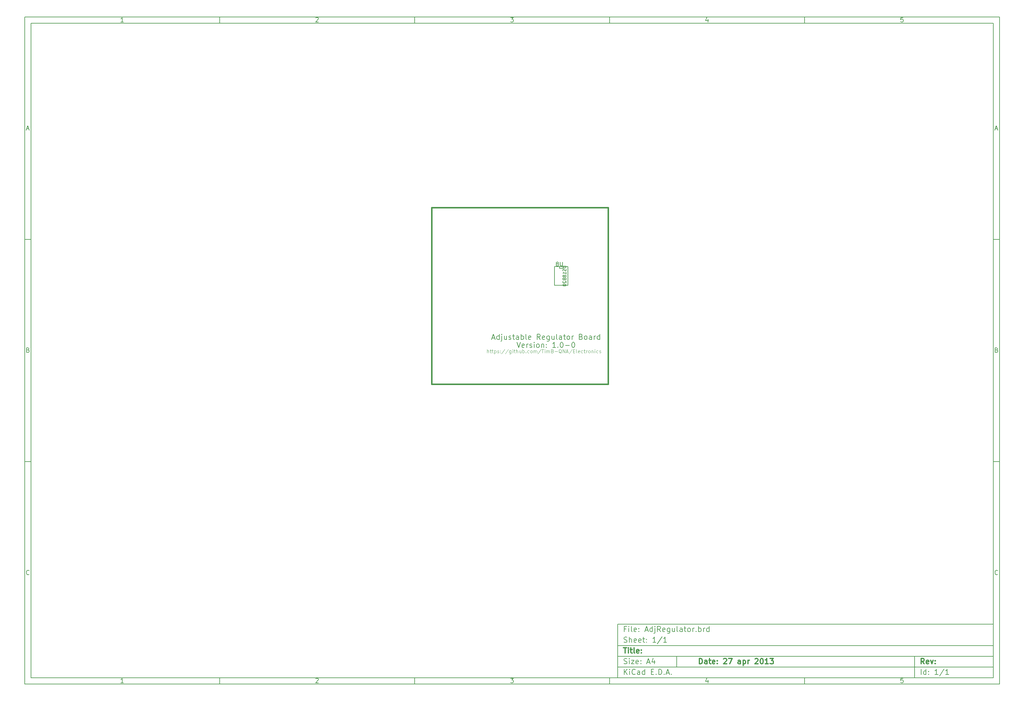
<source format=gbo>
G04 (created by PCBNEW-RS274X (2012-apr-16-27)-stable) date Sat 27 Apr 2013 17:01:59 BST*
G01*
G70*
G90*
%MOIN*%
G04 Gerber Fmt 3.4, Leading zero omitted, Abs format*
%FSLAX34Y34*%
G04 APERTURE LIST*
%ADD10C,0.006000*%
%ADD11C,0.012000*%
%ADD12C,0.003900*%
%ADD13C,0.007900*%
%ADD14C,0.015000*%
%ADD15C,0.005000*%
G04 APERTURE END LIST*
G54D10*
X04000Y-04000D02*
X113000Y-04000D01*
X113000Y-78670D01*
X04000Y-78670D01*
X04000Y-04000D01*
X04700Y-04700D02*
X112300Y-04700D01*
X112300Y-77970D01*
X04700Y-77970D01*
X04700Y-04700D01*
X25800Y-04000D02*
X25800Y-04700D01*
X15043Y-04552D02*
X14757Y-04552D01*
X14900Y-04552D02*
X14900Y-04052D01*
X14852Y-04124D01*
X14805Y-04171D01*
X14757Y-04195D01*
X25800Y-78670D02*
X25800Y-77970D01*
X15043Y-78522D02*
X14757Y-78522D01*
X14900Y-78522D02*
X14900Y-78022D01*
X14852Y-78094D01*
X14805Y-78141D01*
X14757Y-78165D01*
X47600Y-04000D02*
X47600Y-04700D01*
X36557Y-04100D02*
X36581Y-04076D01*
X36629Y-04052D01*
X36748Y-04052D01*
X36795Y-04076D01*
X36819Y-04100D01*
X36843Y-04148D01*
X36843Y-04195D01*
X36819Y-04267D01*
X36533Y-04552D01*
X36843Y-04552D01*
X47600Y-78670D02*
X47600Y-77970D01*
X36557Y-78070D02*
X36581Y-78046D01*
X36629Y-78022D01*
X36748Y-78022D01*
X36795Y-78046D01*
X36819Y-78070D01*
X36843Y-78118D01*
X36843Y-78165D01*
X36819Y-78237D01*
X36533Y-78522D01*
X36843Y-78522D01*
X69400Y-04000D02*
X69400Y-04700D01*
X58333Y-04052D02*
X58643Y-04052D01*
X58476Y-04243D01*
X58548Y-04243D01*
X58595Y-04267D01*
X58619Y-04290D01*
X58643Y-04338D01*
X58643Y-04457D01*
X58619Y-04505D01*
X58595Y-04529D01*
X58548Y-04552D01*
X58405Y-04552D01*
X58357Y-04529D01*
X58333Y-04505D01*
X69400Y-78670D02*
X69400Y-77970D01*
X58333Y-78022D02*
X58643Y-78022D01*
X58476Y-78213D01*
X58548Y-78213D01*
X58595Y-78237D01*
X58619Y-78260D01*
X58643Y-78308D01*
X58643Y-78427D01*
X58619Y-78475D01*
X58595Y-78499D01*
X58548Y-78522D01*
X58405Y-78522D01*
X58357Y-78499D01*
X58333Y-78475D01*
X91200Y-04000D02*
X91200Y-04700D01*
X80395Y-04219D02*
X80395Y-04552D01*
X80276Y-04029D02*
X80157Y-04386D01*
X80467Y-04386D01*
X91200Y-78670D02*
X91200Y-77970D01*
X80395Y-78189D02*
X80395Y-78522D01*
X80276Y-77999D02*
X80157Y-78356D01*
X80467Y-78356D01*
X102219Y-04052D02*
X101981Y-04052D01*
X101957Y-04290D01*
X101981Y-04267D01*
X102029Y-04243D01*
X102148Y-04243D01*
X102195Y-04267D01*
X102219Y-04290D01*
X102243Y-04338D01*
X102243Y-04457D01*
X102219Y-04505D01*
X102195Y-04529D01*
X102148Y-04552D01*
X102029Y-04552D01*
X101981Y-04529D01*
X101957Y-04505D01*
X102219Y-78022D02*
X101981Y-78022D01*
X101957Y-78260D01*
X101981Y-78237D01*
X102029Y-78213D01*
X102148Y-78213D01*
X102195Y-78237D01*
X102219Y-78260D01*
X102243Y-78308D01*
X102243Y-78427D01*
X102219Y-78475D01*
X102195Y-78499D01*
X102148Y-78522D01*
X102029Y-78522D01*
X101981Y-78499D01*
X101957Y-78475D01*
X04000Y-28890D02*
X04700Y-28890D01*
X04231Y-16510D02*
X04469Y-16510D01*
X04184Y-16652D02*
X04350Y-16152D01*
X04517Y-16652D01*
X113000Y-28890D02*
X112300Y-28890D01*
X112531Y-16510D02*
X112769Y-16510D01*
X112484Y-16652D02*
X112650Y-16152D01*
X112817Y-16652D01*
X04000Y-53780D02*
X04700Y-53780D01*
X04386Y-41280D02*
X04457Y-41304D01*
X04481Y-41328D01*
X04505Y-41376D01*
X04505Y-41447D01*
X04481Y-41495D01*
X04457Y-41519D01*
X04410Y-41542D01*
X04219Y-41542D01*
X04219Y-41042D01*
X04386Y-41042D01*
X04433Y-41066D01*
X04457Y-41090D01*
X04481Y-41138D01*
X04481Y-41185D01*
X04457Y-41233D01*
X04433Y-41257D01*
X04386Y-41280D01*
X04219Y-41280D01*
X113000Y-53780D02*
X112300Y-53780D01*
X112686Y-41280D02*
X112757Y-41304D01*
X112781Y-41328D01*
X112805Y-41376D01*
X112805Y-41447D01*
X112781Y-41495D01*
X112757Y-41519D01*
X112710Y-41542D01*
X112519Y-41542D01*
X112519Y-41042D01*
X112686Y-41042D01*
X112733Y-41066D01*
X112757Y-41090D01*
X112781Y-41138D01*
X112781Y-41185D01*
X112757Y-41233D01*
X112733Y-41257D01*
X112686Y-41280D01*
X112519Y-41280D01*
X04505Y-66385D02*
X04481Y-66409D01*
X04410Y-66432D01*
X04362Y-66432D01*
X04290Y-66409D01*
X04243Y-66361D01*
X04219Y-66313D01*
X04195Y-66218D01*
X04195Y-66147D01*
X04219Y-66051D01*
X04243Y-66004D01*
X04290Y-65956D01*
X04362Y-65932D01*
X04410Y-65932D01*
X04481Y-65956D01*
X04505Y-65980D01*
X112805Y-66385D02*
X112781Y-66409D01*
X112710Y-66432D01*
X112662Y-66432D01*
X112590Y-66409D01*
X112543Y-66361D01*
X112519Y-66313D01*
X112495Y-66218D01*
X112495Y-66147D01*
X112519Y-66051D01*
X112543Y-66004D01*
X112590Y-65956D01*
X112662Y-65932D01*
X112710Y-65932D01*
X112781Y-65956D01*
X112805Y-65980D01*
G54D11*
X79443Y-76413D02*
X79443Y-75813D01*
X79586Y-75813D01*
X79671Y-75841D01*
X79729Y-75899D01*
X79757Y-75956D01*
X79786Y-76070D01*
X79786Y-76156D01*
X79757Y-76270D01*
X79729Y-76327D01*
X79671Y-76384D01*
X79586Y-76413D01*
X79443Y-76413D01*
X80300Y-76413D02*
X80300Y-76099D01*
X80271Y-76041D01*
X80214Y-76013D01*
X80100Y-76013D01*
X80043Y-76041D01*
X80300Y-76384D02*
X80243Y-76413D01*
X80100Y-76413D01*
X80043Y-76384D01*
X80014Y-76327D01*
X80014Y-76270D01*
X80043Y-76213D01*
X80100Y-76184D01*
X80243Y-76184D01*
X80300Y-76156D01*
X80500Y-76013D02*
X80729Y-76013D01*
X80586Y-75813D02*
X80586Y-76327D01*
X80614Y-76384D01*
X80672Y-76413D01*
X80729Y-76413D01*
X81157Y-76384D02*
X81100Y-76413D01*
X80986Y-76413D01*
X80929Y-76384D01*
X80900Y-76327D01*
X80900Y-76099D01*
X80929Y-76041D01*
X80986Y-76013D01*
X81100Y-76013D01*
X81157Y-76041D01*
X81186Y-76099D01*
X81186Y-76156D01*
X80900Y-76213D01*
X81443Y-76356D02*
X81471Y-76384D01*
X81443Y-76413D01*
X81414Y-76384D01*
X81443Y-76356D01*
X81443Y-76413D01*
X81443Y-76041D02*
X81471Y-76070D01*
X81443Y-76099D01*
X81414Y-76070D01*
X81443Y-76041D01*
X81443Y-76099D01*
X82157Y-75870D02*
X82186Y-75841D01*
X82243Y-75813D01*
X82386Y-75813D01*
X82443Y-75841D01*
X82472Y-75870D01*
X82500Y-75927D01*
X82500Y-75984D01*
X82472Y-76070D01*
X82129Y-76413D01*
X82500Y-76413D01*
X82700Y-75813D02*
X83100Y-75813D01*
X82843Y-76413D01*
X84042Y-76413D02*
X84042Y-76099D01*
X84013Y-76041D01*
X83956Y-76013D01*
X83842Y-76013D01*
X83785Y-76041D01*
X84042Y-76384D02*
X83985Y-76413D01*
X83842Y-76413D01*
X83785Y-76384D01*
X83756Y-76327D01*
X83756Y-76270D01*
X83785Y-76213D01*
X83842Y-76184D01*
X83985Y-76184D01*
X84042Y-76156D01*
X84328Y-76013D02*
X84328Y-76613D01*
X84328Y-76041D02*
X84385Y-76013D01*
X84499Y-76013D01*
X84556Y-76041D01*
X84585Y-76070D01*
X84614Y-76127D01*
X84614Y-76299D01*
X84585Y-76356D01*
X84556Y-76384D01*
X84499Y-76413D01*
X84385Y-76413D01*
X84328Y-76384D01*
X84871Y-76413D02*
X84871Y-76013D01*
X84871Y-76127D02*
X84899Y-76070D01*
X84928Y-76041D01*
X84985Y-76013D01*
X85042Y-76013D01*
X85670Y-75870D02*
X85699Y-75841D01*
X85756Y-75813D01*
X85899Y-75813D01*
X85956Y-75841D01*
X85985Y-75870D01*
X86013Y-75927D01*
X86013Y-75984D01*
X85985Y-76070D01*
X85642Y-76413D01*
X86013Y-76413D01*
X86384Y-75813D02*
X86441Y-75813D01*
X86498Y-75841D01*
X86527Y-75870D01*
X86556Y-75927D01*
X86584Y-76041D01*
X86584Y-76184D01*
X86556Y-76299D01*
X86527Y-76356D01*
X86498Y-76384D01*
X86441Y-76413D01*
X86384Y-76413D01*
X86327Y-76384D01*
X86298Y-76356D01*
X86270Y-76299D01*
X86241Y-76184D01*
X86241Y-76041D01*
X86270Y-75927D01*
X86298Y-75870D01*
X86327Y-75841D01*
X86384Y-75813D01*
X87155Y-76413D02*
X86812Y-76413D01*
X86984Y-76413D02*
X86984Y-75813D01*
X86927Y-75899D01*
X86869Y-75956D01*
X86812Y-75984D01*
X87355Y-75813D02*
X87726Y-75813D01*
X87526Y-76041D01*
X87612Y-76041D01*
X87669Y-76070D01*
X87698Y-76099D01*
X87726Y-76156D01*
X87726Y-76299D01*
X87698Y-76356D01*
X87669Y-76384D01*
X87612Y-76413D01*
X87440Y-76413D01*
X87383Y-76384D01*
X87355Y-76356D01*
G54D10*
X71043Y-77613D02*
X71043Y-77013D01*
X71386Y-77613D02*
X71129Y-77270D01*
X71386Y-77013D02*
X71043Y-77356D01*
X71643Y-77613D02*
X71643Y-77213D01*
X71643Y-77013D02*
X71614Y-77041D01*
X71643Y-77070D01*
X71671Y-77041D01*
X71643Y-77013D01*
X71643Y-77070D01*
X72272Y-77556D02*
X72243Y-77584D01*
X72157Y-77613D01*
X72100Y-77613D01*
X72015Y-77584D01*
X71957Y-77527D01*
X71929Y-77470D01*
X71900Y-77356D01*
X71900Y-77270D01*
X71929Y-77156D01*
X71957Y-77099D01*
X72015Y-77041D01*
X72100Y-77013D01*
X72157Y-77013D01*
X72243Y-77041D01*
X72272Y-77070D01*
X72786Y-77613D02*
X72786Y-77299D01*
X72757Y-77241D01*
X72700Y-77213D01*
X72586Y-77213D01*
X72529Y-77241D01*
X72786Y-77584D02*
X72729Y-77613D01*
X72586Y-77613D01*
X72529Y-77584D01*
X72500Y-77527D01*
X72500Y-77470D01*
X72529Y-77413D01*
X72586Y-77384D01*
X72729Y-77384D01*
X72786Y-77356D01*
X73329Y-77613D02*
X73329Y-77013D01*
X73329Y-77584D02*
X73272Y-77613D01*
X73158Y-77613D01*
X73100Y-77584D01*
X73072Y-77556D01*
X73043Y-77499D01*
X73043Y-77327D01*
X73072Y-77270D01*
X73100Y-77241D01*
X73158Y-77213D01*
X73272Y-77213D01*
X73329Y-77241D01*
X74072Y-77299D02*
X74272Y-77299D01*
X74358Y-77613D02*
X74072Y-77613D01*
X74072Y-77013D01*
X74358Y-77013D01*
X74615Y-77556D02*
X74643Y-77584D01*
X74615Y-77613D01*
X74586Y-77584D01*
X74615Y-77556D01*
X74615Y-77613D01*
X74901Y-77613D02*
X74901Y-77013D01*
X75044Y-77013D01*
X75129Y-77041D01*
X75187Y-77099D01*
X75215Y-77156D01*
X75244Y-77270D01*
X75244Y-77356D01*
X75215Y-77470D01*
X75187Y-77527D01*
X75129Y-77584D01*
X75044Y-77613D01*
X74901Y-77613D01*
X75501Y-77556D02*
X75529Y-77584D01*
X75501Y-77613D01*
X75472Y-77584D01*
X75501Y-77556D01*
X75501Y-77613D01*
X75758Y-77441D02*
X76044Y-77441D01*
X75701Y-77613D02*
X75901Y-77013D01*
X76101Y-77613D01*
X76301Y-77556D02*
X76329Y-77584D01*
X76301Y-77613D01*
X76272Y-77584D01*
X76301Y-77556D01*
X76301Y-77613D01*
G54D11*
X104586Y-76413D02*
X104386Y-76127D01*
X104243Y-76413D02*
X104243Y-75813D01*
X104471Y-75813D01*
X104529Y-75841D01*
X104557Y-75870D01*
X104586Y-75927D01*
X104586Y-76013D01*
X104557Y-76070D01*
X104529Y-76099D01*
X104471Y-76127D01*
X104243Y-76127D01*
X105071Y-76384D02*
X105014Y-76413D01*
X104900Y-76413D01*
X104843Y-76384D01*
X104814Y-76327D01*
X104814Y-76099D01*
X104843Y-76041D01*
X104900Y-76013D01*
X105014Y-76013D01*
X105071Y-76041D01*
X105100Y-76099D01*
X105100Y-76156D01*
X104814Y-76213D01*
X105300Y-76013D02*
X105443Y-76413D01*
X105585Y-76013D01*
X105814Y-76356D02*
X105842Y-76384D01*
X105814Y-76413D01*
X105785Y-76384D01*
X105814Y-76356D01*
X105814Y-76413D01*
X105814Y-76041D02*
X105842Y-76070D01*
X105814Y-76099D01*
X105785Y-76070D01*
X105814Y-76041D01*
X105814Y-76099D01*
G54D10*
X71014Y-76384D02*
X71100Y-76413D01*
X71243Y-76413D01*
X71300Y-76384D01*
X71329Y-76356D01*
X71357Y-76299D01*
X71357Y-76241D01*
X71329Y-76184D01*
X71300Y-76156D01*
X71243Y-76127D01*
X71129Y-76099D01*
X71071Y-76070D01*
X71043Y-76041D01*
X71014Y-75984D01*
X71014Y-75927D01*
X71043Y-75870D01*
X71071Y-75841D01*
X71129Y-75813D01*
X71271Y-75813D01*
X71357Y-75841D01*
X71614Y-76413D02*
X71614Y-76013D01*
X71614Y-75813D02*
X71585Y-75841D01*
X71614Y-75870D01*
X71642Y-75841D01*
X71614Y-75813D01*
X71614Y-75870D01*
X71843Y-76013D02*
X72157Y-76013D01*
X71843Y-76413D01*
X72157Y-76413D01*
X72614Y-76384D02*
X72557Y-76413D01*
X72443Y-76413D01*
X72386Y-76384D01*
X72357Y-76327D01*
X72357Y-76099D01*
X72386Y-76041D01*
X72443Y-76013D01*
X72557Y-76013D01*
X72614Y-76041D01*
X72643Y-76099D01*
X72643Y-76156D01*
X72357Y-76213D01*
X72900Y-76356D02*
X72928Y-76384D01*
X72900Y-76413D01*
X72871Y-76384D01*
X72900Y-76356D01*
X72900Y-76413D01*
X72900Y-76041D02*
X72928Y-76070D01*
X72900Y-76099D01*
X72871Y-76070D01*
X72900Y-76041D01*
X72900Y-76099D01*
X73614Y-76241D02*
X73900Y-76241D01*
X73557Y-76413D02*
X73757Y-75813D01*
X73957Y-76413D01*
X74414Y-76013D02*
X74414Y-76413D01*
X74271Y-75784D02*
X74128Y-76213D01*
X74500Y-76213D01*
X104243Y-77613D02*
X104243Y-77013D01*
X104786Y-77613D02*
X104786Y-77013D01*
X104786Y-77584D02*
X104729Y-77613D01*
X104615Y-77613D01*
X104557Y-77584D01*
X104529Y-77556D01*
X104500Y-77499D01*
X104500Y-77327D01*
X104529Y-77270D01*
X104557Y-77241D01*
X104615Y-77213D01*
X104729Y-77213D01*
X104786Y-77241D01*
X105072Y-77556D02*
X105100Y-77584D01*
X105072Y-77613D01*
X105043Y-77584D01*
X105072Y-77556D01*
X105072Y-77613D01*
X105072Y-77241D02*
X105100Y-77270D01*
X105072Y-77299D01*
X105043Y-77270D01*
X105072Y-77241D01*
X105072Y-77299D01*
X106129Y-77613D02*
X105786Y-77613D01*
X105958Y-77613D02*
X105958Y-77013D01*
X105901Y-77099D01*
X105843Y-77156D01*
X105786Y-77184D01*
X106814Y-76984D02*
X106300Y-77756D01*
X107329Y-77613D02*
X106986Y-77613D01*
X107158Y-77613D02*
X107158Y-77013D01*
X107101Y-77099D01*
X107043Y-77156D01*
X106986Y-77184D01*
G54D11*
X70957Y-74613D02*
X71300Y-74613D01*
X71129Y-75213D02*
X71129Y-74613D01*
X71500Y-75213D02*
X71500Y-74813D01*
X71500Y-74613D02*
X71471Y-74641D01*
X71500Y-74670D01*
X71528Y-74641D01*
X71500Y-74613D01*
X71500Y-74670D01*
X71700Y-74813D02*
X71929Y-74813D01*
X71786Y-74613D02*
X71786Y-75127D01*
X71814Y-75184D01*
X71872Y-75213D01*
X71929Y-75213D01*
X72215Y-75213D02*
X72157Y-75184D01*
X72129Y-75127D01*
X72129Y-74613D01*
X72671Y-75184D02*
X72614Y-75213D01*
X72500Y-75213D01*
X72443Y-75184D01*
X72414Y-75127D01*
X72414Y-74899D01*
X72443Y-74841D01*
X72500Y-74813D01*
X72614Y-74813D01*
X72671Y-74841D01*
X72700Y-74899D01*
X72700Y-74956D01*
X72414Y-75013D01*
X72957Y-75156D02*
X72985Y-75184D01*
X72957Y-75213D01*
X72928Y-75184D01*
X72957Y-75156D01*
X72957Y-75213D01*
X72957Y-74841D02*
X72985Y-74870D01*
X72957Y-74899D01*
X72928Y-74870D01*
X72957Y-74841D01*
X72957Y-74899D01*
G54D10*
X71243Y-72499D02*
X71043Y-72499D01*
X71043Y-72813D02*
X71043Y-72213D01*
X71329Y-72213D01*
X71557Y-72813D02*
X71557Y-72413D01*
X71557Y-72213D02*
X71528Y-72241D01*
X71557Y-72270D01*
X71585Y-72241D01*
X71557Y-72213D01*
X71557Y-72270D01*
X71929Y-72813D02*
X71871Y-72784D01*
X71843Y-72727D01*
X71843Y-72213D01*
X72385Y-72784D02*
X72328Y-72813D01*
X72214Y-72813D01*
X72157Y-72784D01*
X72128Y-72727D01*
X72128Y-72499D01*
X72157Y-72441D01*
X72214Y-72413D01*
X72328Y-72413D01*
X72385Y-72441D01*
X72414Y-72499D01*
X72414Y-72556D01*
X72128Y-72613D01*
X72671Y-72756D02*
X72699Y-72784D01*
X72671Y-72813D01*
X72642Y-72784D01*
X72671Y-72756D01*
X72671Y-72813D01*
X72671Y-72441D02*
X72699Y-72470D01*
X72671Y-72499D01*
X72642Y-72470D01*
X72671Y-72441D01*
X72671Y-72499D01*
X73385Y-72641D02*
X73671Y-72641D01*
X73328Y-72813D02*
X73528Y-72213D01*
X73728Y-72813D01*
X74185Y-72813D02*
X74185Y-72213D01*
X74185Y-72784D02*
X74128Y-72813D01*
X74014Y-72813D01*
X73956Y-72784D01*
X73928Y-72756D01*
X73899Y-72699D01*
X73899Y-72527D01*
X73928Y-72470D01*
X73956Y-72441D01*
X74014Y-72413D01*
X74128Y-72413D01*
X74185Y-72441D01*
X74471Y-72413D02*
X74471Y-72927D01*
X74442Y-72984D01*
X74385Y-73013D01*
X74357Y-73013D01*
X74471Y-72213D02*
X74442Y-72241D01*
X74471Y-72270D01*
X74499Y-72241D01*
X74471Y-72213D01*
X74471Y-72270D01*
X75100Y-72813D02*
X74900Y-72527D01*
X74757Y-72813D02*
X74757Y-72213D01*
X74985Y-72213D01*
X75043Y-72241D01*
X75071Y-72270D01*
X75100Y-72327D01*
X75100Y-72413D01*
X75071Y-72470D01*
X75043Y-72499D01*
X74985Y-72527D01*
X74757Y-72527D01*
X75585Y-72784D02*
X75528Y-72813D01*
X75414Y-72813D01*
X75357Y-72784D01*
X75328Y-72727D01*
X75328Y-72499D01*
X75357Y-72441D01*
X75414Y-72413D01*
X75528Y-72413D01*
X75585Y-72441D01*
X75614Y-72499D01*
X75614Y-72556D01*
X75328Y-72613D01*
X76128Y-72413D02*
X76128Y-72899D01*
X76099Y-72956D01*
X76071Y-72984D01*
X76014Y-73013D01*
X75928Y-73013D01*
X75871Y-72984D01*
X76128Y-72784D02*
X76071Y-72813D01*
X75957Y-72813D01*
X75899Y-72784D01*
X75871Y-72756D01*
X75842Y-72699D01*
X75842Y-72527D01*
X75871Y-72470D01*
X75899Y-72441D01*
X75957Y-72413D01*
X76071Y-72413D01*
X76128Y-72441D01*
X76671Y-72413D02*
X76671Y-72813D01*
X76414Y-72413D02*
X76414Y-72727D01*
X76442Y-72784D01*
X76500Y-72813D01*
X76585Y-72813D01*
X76642Y-72784D01*
X76671Y-72756D01*
X77043Y-72813D02*
X76985Y-72784D01*
X76957Y-72727D01*
X76957Y-72213D01*
X77528Y-72813D02*
X77528Y-72499D01*
X77499Y-72441D01*
X77442Y-72413D01*
X77328Y-72413D01*
X77271Y-72441D01*
X77528Y-72784D02*
X77471Y-72813D01*
X77328Y-72813D01*
X77271Y-72784D01*
X77242Y-72727D01*
X77242Y-72670D01*
X77271Y-72613D01*
X77328Y-72584D01*
X77471Y-72584D01*
X77528Y-72556D01*
X77728Y-72413D02*
X77957Y-72413D01*
X77814Y-72213D02*
X77814Y-72727D01*
X77842Y-72784D01*
X77900Y-72813D01*
X77957Y-72813D01*
X78243Y-72813D02*
X78185Y-72784D01*
X78157Y-72756D01*
X78128Y-72699D01*
X78128Y-72527D01*
X78157Y-72470D01*
X78185Y-72441D01*
X78243Y-72413D01*
X78328Y-72413D01*
X78385Y-72441D01*
X78414Y-72470D01*
X78443Y-72527D01*
X78443Y-72699D01*
X78414Y-72756D01*
X78385Y-72784D01*
X78328Y-72813D01*
X78243Y-72813D01*
X78700Y-72813D02*
X78700Y-72413D01*
X78700Y-72527D02*
X78728Y-72470D01*
X78757Y-72441D01*
X78814Y-72413D01*
X78871Y-72413D01*
X79071Y-72756D02*
X79099Y-72784D01*
X79071Y-72813D01*
X79042Y-72784D01*
X79071Y-72756D01*
X79071Y-72813D01*
X79357Y-72813D02*
X79357Y-72213D01*
X79357Y-72441D02*
X79414Y-72413D01*
X79528Y-72413D01*
X79585Y-72441D01*
X79614Y-72470D01*
X79643Y-72527D01*
X79643Y-72699D01*
X79614Y-72756D01*
X79585Y-72784D01*
X79528Y-72813D01*
X79414Y-72813D01*
X79357Y-72784D01*
X79900Y-72813D02*
X79900Y-72413D01*
X79900Y-72527D02*
X79928Y-72470D01*
X79957Y-72441D01*
X80014Y-72413D01*
X80071Y-72413D01*
X80528Y-72813D02*
X80528Y-72213D01*
X80528Y-72784D02*
X80471Y-72813D01*
X80357Y-72813D01*
X80299Y-72784D01*
X80271Y-72756D01*
X80242Y-72699D01*
X80242Y-72527D01*
X80271Y-72470D01*
X80299Y-72441D01*
X80357Y-72413D01*
X80471Y-72413D01*
X80528Y-72441D01*
X71014Y-73984D02*
X71100Y-74013D01*
X71243Y-74013D01*
X71300Y-73984D01*
X71329Y-73956D01*
X71357Y-73899D01*
X71357Y-73841D01*
X71329Y-73784D01*
X71300Y-73756D01*
X71243Y-73727D01*
X71129Y-73699D01*
X71071Y-73670D01*
X71043Y-73641D01*
X71014Y-73584D01*
X71014Y-73527D01*
X71043Y-73470D01*
X71071Y-73441D01*
X71129Y-73413D01*
X71271Y-73413D01*
X71357Y-73441D01*
X71614Y-74013D02*
X71614Y-73413D01*
X71871Y-74013D02*
X71871Y-73699D01*
X71842Y-73641D01*
X71785Y-73613D01*
X71700Y-73613D01*
X71642Y-73641D01*
X71614Y-73670D01*
X72385Y-73984D02*
X72328Y-74013D01*
X72214Y-74013D01*
X72157Y-73984D01*
X72128Y-73927D01*
X72128Y-73699D01*
X72157Y-73641D01*
X72214Y-73613D01*
X72328Y-73613D01*
X72385Y-73641D01*
X72414Y-73699D01*
X72414Y-73756D01*
X72128Y-73813D01*
X72899Y-73984D02*
X72842Y-74013D01*
X72728Y-74013D01*
X72671Y-73984D01*
X72642Y-73927D01*
X72642Y-73699D01*
X72671Y-73641D01*
X72728Y-73613D01*
X72842Y-73613D01*
X72899Y-73641D01*
X72928Y-73699D01*
X72928Y-73756D01*
X72642Y-73813D01*
X73099Y-73613D02*
X73328Y-73613D01*
X73185Y-73413D02*
X73185Y-73927D01*
X73213Y-73984D01*
X73271Y-74013D01*
X73328Y-74013D01*
X73528Y-73956D02*
X73556Y-73984D01*
X73528Y-74013D01*
X73499Y-73984D01*
X73528Y-73956D01*
X73528Y-74013D01*
X73528Y-73641D02*
X73556Y-73670D01*
X73528Y-73699D01*
X73499Y-73670D01*
X73528Y-73641D01*
X73528Y-73699D01*
X74585Y-74013D02*
X74242Y-74013D01*
X74414Y-74013D02*
X74414Y-73413D01*
X74357Y-73499D01*
X74299Y-73556D01*
X74242Y-73584D01*
X75270Y-73384D02*
X74756Y-74156D01*
X75785Y-74013D02*
X75442Y-74013D01*
X75614Y-74013D02*
X75614Y-73413D01*
X75557Y-73499D01*
X75499Y-73556D01*
X75442Y-73584D01*
X70300Y-71970D02*
X70300Y-77970D01*
X70300Y-71970D02*
X112300Y-71970D01*
X70300Y-71970D02*
X112300Y-71970D01*
X70300Y-74370D02*
X112300Y-74370D01*
X103500Y-75570D02*
X103500Y-77970D01*
X70300Y-76770D02*
X112300Y-76770D01*
X70300Y-75570D02*
X112300Y-75570D01*
X76900Y-75570D02*
X76900Y-76770D01*
G54D12*
X55710Y-41599D02*
X55710Y-41205D01*
X55879Y-41599D02*
X55879Y-41393D01*
X55860Y-41356D01*
X55822Y-41337D01*
X55766Y-41337D01*
X55729Y-41356D01*
X55710Y-41374D01*
X56010Y-41337D02*
X56160Y-41337D01*
X56066Y-41205D02*
X56066Y-41543D01*
X56085Y-41581D01*
X56122Y-41599D01*
X56160Y-41599D01*
X56235Y-41337D02*
X56385Y-41337D01*
X56291Y-41205D02*
X56291Y-41543D01*
X56310Y-41581D01*
X56347Y-41599D01*
X56385Y-41599D01*
X56516Y-41337D02*
X56516Y-41731D01*
X56516Y-41356D02*
X56553Y-41337D01*
X56628Y-41337D01*
X56666Y-41356D01*
X56685Y-41374D01*
X56703Y-41412D01*
X56703Y-41524D01*
X56685Y-41562D01*
X56666Y-41581D01*
X56628Y-41599D01*
X56553Y-41599D01*
X56516Y-41581D01*
X56853Y-41581D02*
X56891Y-41599D01*
X56966Y-41599D01*
X57003Y-41581D01*
X57022Y-41543D01*
X57022Y-41524D01*
X57003Y-41487D01*
X56966Y-41468D01*
X56909Y-41468D01*
X56872Y-41449D01*
X56853Y-41412D01*
X56853Y-41393D01*
X56872Y-41356D01*
X56909Y-41337D01*
X56966Y-41337D01*
X57003Y-41356D01*
X57191Y-41562D02*
X57210Y-41581D01*
X57191Y-41599D01*
X57172Y-41581D01*
X57191Y-41562D01*
X57191Y-41599D01*
X57191Y-41356D02*
X57210Y-41374D01*
X57191Y-41393D01*
X57172Y-41374D01*
X57191Y-41356D01*
X57191Y-41393D01*
X57660Y-41187D02*
X57323Y-41693D01*
X58073Y-41187D02*
X57736Y-41693D01*
X58374Y-41337D02*
X58374Y-41656D01*
X58355Y-41693D01*
X58336Y-41712D01*
X58299Y-41731D01*
X58242Y-41731D01*
X58205Y-41712D01*
X58374Y-41581D02*
X58336Y-41599D01*
X58261Y-41599D01*
X58224Y-41581D01*
X58205Y-41562D01*
X58186Y-41524D01*
X58186Y-41412D01*
X58205Y-41374D01*
X58224Y-41356D01*
X58261Y-41337D01*
X58336Y-41337D01*
X58374Y-41356D01*
X58561Y-41599D02*
X58561Y-41337D01*
X58561Y-41205D02*
X58542Y-41224D01*
X58561Y-41243D01*
X58580Y-41224D01*
X58561Y-41205D01*
X58561Y-41243D01*
X58693Y-41337D02*
X58843Y-41337D01*
X58749Y-41205D02*
X58749Y-41543D01*
X58768Y-41581D01*
X58805Y-41599D01*
X58843Y-41599D01*
X58974Y-41599D02*
X58974Y-41205D01*
X59143Y-41599D02*
X59143Y-41393D01*
X59124Y-41356D01*
X59086Y-41337D01*
X59030Y-41337D01*
X58993Y-41356D01*
X58974Y-41374D01*
X59499Y-41337D02*
X59499Y-41599D01*
X59330Y-41337D02*
X59330Y-41543D01*
X59349Y-41581D01*
X59386Y-41599D01*
X59442Y-41599D01*
X59480Y-41581D01*
X59499Y-41562D01*
X59686Y-41599D02*
X59686Y-41205D01*
X59686Y-41356D02*
X59723Y-41337D01*
X59798Y-41337D01*
X59836Y-41356D01*
X59855Y-41374D01*
X59873Y-41412D01*
X59873Y-41524D01*
X59855Y-41562D01*
X59836Y-41581D01*
X59798Y-41599D01*
X59723Y-41599D01*
X59686Y-41581D01*
X60042Y-41562D02*
X60061Y-41581D01*
X60042Y-41599D01*
X60023Y-41581D01*
X60042Y-41562D01*
X60042Y-41599D01*
X60399Y-41581D02*
X60361Y-41599D01*
X60286Y-41599D01*
X60249Y-41581D01*
X60230Y-41562D01*
X60211Y-41524D01*
X60211Y-41412D01*
X60230Y-41374D01*
X60249Y-41356D01*
X60286Y-41337D01*
X60361Y-41337D01*
X60399Y-41356D01*
X60624Y-41599D02*
X60587Y-41581D01*
X60568Y-41562D01*
X60549Y-41524D01*
X60549Y-41412D01*
X60568Y-41374D01*
X60587Y-41356D01*
X60624Y-41337D01*
X60680Y-41337D01*
X60718Y-41356D01*
X60737Y-41374D01*
X60755Y-41412D01*
X60755Y-41524D01*
X60737Y-41562D01*
X60718Y-41581D01*
X60680Y-41599D01*
X60624Y-41599D01*
X60924Y-41599D02*
X60924Y-41337D01*
X60924Y-41374D02*
X60943Y-41356D01*
X60980Y-41337D01*
X61036Y-41337D01*
X61074Y-41356D01*
X61093Y-41393D01*
X61093Y-41599D01*
X61093Y-41393D02*
X61111Y-41356D01*
X61149Y-41337D01*
X61205Y-41337D01*
X61243Y-41356D01*
X61262Y-41393D01*
X61262Y-41599D01*
X61730Y-41187D02*
X61393Y-41693D01*
X61806Y-41205D02*
X62031Y-41205D01*
X61918Y-41599D02*
X61918Y-41205D01*
X62162Y-41599D02*
X62162Y-41337D01*
X62162Y-41205D02*
X62143Y-41224D01*
X62162Y-41243D01*
X62181Y-41224D01*
X62162Y-41205D01*
X62162Y-41243D01*
X62350Y-41599D02*
X62350Y-41337D01*
X62350Y-41374D02*
X62369Y-41356D01*
X62406Y-41337D01*
X62462Y-41337D01*
X62500Y-41356D01*
X62519Y-41393D01*
X62519Y-41599D01*
X62519Y-41393D02*
X62537Y-41356D01*
X62575Y-41337D01*
X62631Y-41337D01*
X62669Y-41356D01*
X62688Y-41393D01*
X62688Y-41599D01*
X63006Y-41393D02*
X63062Y-41412D01*
X63081Y-41431D01*
X63100Y-41468D01*
X63100Y-41524D01*
X63081Y-41562D01*
X63062Y-41581D01*
X63025Y-41599D01*
X62875Y-41599D01*
X62875Y-41205D01*
X63006Y-41205D01*
X63044Y-41224D01*
X63062Y-41243D01*
X63081Y-41281D01*
X63081Y-41318D01*
X63062Y-41356D01*
X63044Y-41374D01*
X63006Y-41393D01*
X62875Y-41393D01*
X63269Y-41449D02*
X63569Y-41449D01*
X64019Y-41637D02*
X63982Y-41618D01*
X63944Y-41581D01*
X63888Y-41524D01*
X63851Y-41506D01*
X63813Y-41506D01*
X63832Y-41599D02*
X63794Y-41581D01*
X63757Y-41543D01*
X63738Y-41468D01*
X63738Y-41337D01*
X63757Y-41262D01*
X63794Y-41224D01*
X63832Y-41205D01*
X63907Y-41205D01*
X63944Y-41224D01*
X63982Y-41262D01*
X64001Y-41337D01*
X64001Y-41468D01*
X63982Y-41543D01*
X63944Y-41581D01*
X63907Y-41599D01*
X63832Y-41599D01*
X64170Y-41599D02*
X64170Y-41205D01*
X64395Y-41599D01*
X64395Y-41205D01*
X64564Y-41487D02*
X64752Y-41487D01*
X64527Y-41599D02*
X64658Y-41205D01*
X64789Y-41599D01*
X65202Y-41187D02*
X64865Y-41693D01*
X65334Y-41393D02*
X65465Y-41393D01*
X65521Y-41599D02*
X65334Y-41599D01*
X65334Y-41205D01*
X65521Y-41205D01*
X65746Y-41599D02*
X65709Y-41581D01*
X65690Y-41543D01*
X65690Y-41205D01*
X66046Y-41581D02*
X66008Y-41599D01*
X65933Y-41599D01*
X65896Y-41581D01*
X65877Y-41543D01*
X65877Y-41393D01*
X65896Y-41356D01*
X65933Y-41337D01*
X66008Y-41337D01*
X66046Y-41356D01*
X66065Y-41393D01*
X66065Y-41431D01*
X65877Y-41468D01*
X66403Y-41581D02*
X66365Y-41599D01*
X66290Y-41599D01*
X66253Y-41581D01*
X66234Y-41562D01*
X66215Y-41524D01*
X66215Y-41412D01*
X66234Y-41374D01*
X66253Y-41356D01*
X66290Y-41337D01*
X66365Y-41337D01*
X66403Y-41356D01*
X66516Y-41337D02*
X66666Y-41337D01*
X66572Y-41205D02*
X66572Y-41543D01*
X66591Y-41581D01*
X66628Y-41599D01*
X66666Y-41599D01*
X66797Y-41599D02*
X66797Y-41337D01*
X66797Y-41412D02*
X66816Y-41374D01*
X66834Y-41356D01*
X66872Y-41337D01*
X66909Y-41337D01*
X67097Y-41599D02*
X67060Y-41581D01*
X67041Y-41562D01*
X67022Y-41524D01*
X67022Y-41412D01*
X67041Y-41374D01*
X67060Y-41356D01*
X67097Y-41337D01*
X67153Y-41337D01*
X67191Y-41356D01*
X67210Y-41374D01*
X67228Y-41412D01*
X67228Y-41524D01*
X67210Y-41562D01*
X67191Y-41581D01*
X67153Y-41599D01*
X67097Y-41599D01*
X67397Y-41337D02*
X67397Y-41599D01*
X67397Y-41374D02*
X67416Y-41356D01*
X67453Y-41337D01*
X67509Y-41337D01*
X67547Y-41356D01*
X67566Y-41393D01*
X67566Y-41599D01*
X67753Y-41599D02*
X67753Y-41337D01*
X67753Y-41205D02*
X67734Y-41224D01*
X67753Y-41243D01*
X67772Y-41224D01*
X67753Y-41205D01*
X67753Y-41243D01*
X68110Y-41581D02*
X68072Y-41599D01*
X67997Y-41599D01*
X67960Y-41581D01*
X67941Y-41562D01*
X67922Y-41524D01*
X67922Y-41412D01*
X67941Y-41374D01*
X67960Y-41356D01*
X67997Y-41337D01*
X68072Y-41337D01*
X68110Y-41356D01*
X68260Y-41581D02*
X68298Y-41599D01*
X68373Y-41599D01*
X68410Y-41581D01*
X68429Y-41543D01*
X68429Y-41524D01*
X68410Y-41487D01*
X68373Y-41468D01*
X68316Y-41468D01*
X68279Y-41449D01*
X68260Y-41412D01*
X68260Y-41393D01*
X68279Y-41356D01*
X68316Y-41337D01*
X68373Y-41337D01*
X68410Y-41356D01*
G54D13*
X56276Y-39930D02*
X56557Y-39930D01*
X56219Y-40099D02*
X56416Y-39508D01*
X56613Y-40099D01*
X57064Y-40099D02*
X57064Y-39508D01*
X57064Y-40071D02*
X57008Y-40099D01*
X56895Y-40099D01*
X56839Y-40071D01*
X56811Y-40042D01*
X56783Y-39986D01*
X56783Y-39817D01*
X56811Y-39761D01*
X56839Y-39733D01*
X56895Y-39705D01*
X57008Y-39705D01*
X57064Y-39733D01*
X57346Y-39705D02*
X57346Y-40211D01*
X57318Y-40268D01*
X57261Y-40296D01*
X57233Y-40296D01*
X57346Y-39508D02*
X57318Y-39536D01*
X57346Y-39564D01*
X57374Y-39536D01*
X57346Y-39508D01*
X57346Y-39564D01*
X57880Y-39705D02*
X57880Y-40099D01*
X57627Y-39705D02*
X57627Y-40014D01*
X57655Y-40071D01*
X57711Y-40099D01*
X57796Y-40099D01*
X57852Y-40071D01*
X57880Y-40042D01*
X58134Y-40071D02*
X58190Y-40099D01*
X58302Y-40099D01*
X58359Y-40071D01*
X58387Y-40014D01*
X58387Y-39986D01*
X58359Y-39930D01*
X58302Y-39902D01*
X58218Y-39902D01*
X58162Y-39874D01*
X58134Y-39817D01*
X58134Y-39789D01*
X58162Y-39733D01*
X58218Y-39705D01*
X58302Y-39705D01*
X58359Y-39733D01*
X58555Y-39705D02*
X58780Y-39705D01*
X58640Y-39508D02*
X58640Y-40014D01*
X58668Y-40071D01*
X58724Y-40099D01*
X58780Y-40099D01*
X59231Y-40099D02*
X59231Y-39789D01*
X59203Y-39733D01*
X59147Y-39705D01*
X59034Y-39705D01*
X58978Y-39733D01*
X59231Y-40071D02*
X59175Y-40099D01*
X59034Y-40099D01*
X58978Y-40071D01*
X58950Y-40014D01*
X58950Y-39958D01*
X58978Y-39902D01*
X59034Y-39874D01*
X59175Y-39874D01*
X59231Y-39845D01*
X59513Y-40099D02*
X59513Y-39508D01*
X59513Y-39733D02*
X59569Y-39705D01*
X59682Y-39705D01*
X59738Y-39733D01*
X59766Y-39761D01*
X59794Y-39817D01*
X59794Y-39986D01*
X59766Y-40042D01*
X59738Y-40071D01*
X59682Y-40099D01*
X59569Y-40099D01*
X59513Y-40071D01*
X60132Y-40099D02*
X60076Y-40071D01*
X60048Y-40014D01*
X60048Y-39508D01*
X60583Y-40071D02*
X60527Y-40099D01*
X60414Y-40099D01*
X60358Y-40071D01*
X60330Y-40014D01*
X60330Y-39789D01*
X60358Y-39733D01*
X60414Y-39705D01*
X60527Y-39705D01*
X60583Y-39733D01*
X60611Y-39789D01*
X60611Y-39845D01*
X60330Y-39902D01*
X61652Y-40099D02*
X61455Y-39817D01*
X61315Y-40099D02*
X61315Y-39508D01*
X61540Y-39508D01*
X61596Y-39536D01*
X61624Y-39564D01*
X61652Y-39620D01*
X61652Y-39705D01*
X61624Y-39761D01*
X61596Y-39789D01*
X61540Y-39817D01*
X61315Y-39817D01*
X62131Y-40071D02*
X62075Y-40099D01*
X61962Y-40099D01*
X61906Y-40071D01*
X61878Y-40014D01*
X61878Y-39789D01*
X61906Y-39733D01*
X61962Y-39705D01*
X62075Y-39705D01*
X62131Y-39733D01*
X62159Y-39789D01*
X62159Y-39845D01*
X61878Y-39902D01*
X62666Y-39705D02*
X62666Y-40183D01*
X62638Y-40239D01*
X62610Y-40268D01*
X62553Y-40296D01*
X62469Y-40296D01*
X62413Y-40268D01*
X62666Y-40071D02*
X62610Y-40099D01*
X62497Y-40099D01*
X62441Y-40071D01*
X62413Y-40042D01*
X62385Y-39986D01*
X62385Y-39817D01*
X62413Y-39761D01*
X62441Y-39733D01*
X62497Y-39705D01*
X62610Y-39705D01*
X62666Y-39733D01*
X63201Y-39705D02*
X63201Y-40099D01*
X62948Y-39705D02*
X62948Y-40014D01*
X62976Y-40071D01*
X63032Y-40099D01*
X63117Y-40099D01*
X63173Y-40071D01*
X63201Y-40042D01*
X63567Y-40099D02*
X63511Y-40071D01*
X63483Y-40014D01*
X63483Y-39508D01*
X64046Y-40099D02*
X64046Y-39789D01*
X64018Y-39733D01*
X63962Y-39705D01*
X63849Y-39705D01*
X63793Y-39733D01*
X64046Y-40071D02*
X63990Y-40099D01*
X63849Y-40099D01*
X63793Y-40071D01*
X63765Y-40014D01*
X63765Y-39958D01*
X63793Y-39902D01*
X63849Y-39874D01*
X63990Y-39874D01*
X64046Y-39845D01*
X64243Y-39705D02*
X64468Y-39705D01*
X64328Y-39508D02*
X64328Y-40014D01*
X64356Y-40071D01*
X64412Y-40099D01*
X64468Y-40099D01*
X64750Y-40099D02*
X64694Y-40071D01*
X64666Y-40042D01*
X64638Y-39986D01*
X64638Y-39817D01*
X64666Y-39761D01*
X64694Y-39733D01*
X64750Y-39705D01*
X64835Y-39705D01*
X64891Y-39733D01*
X64919Y-39761D01*
X64947Y-39817D01*
X64947Y-39986D01*
X64919Y-40042D01*
X64891Y-40071D01*
X64835Y-40099D01*
X64750Y-40099D01*
X65201Y-40099D02*
X65201Y-39705D01*
X65201Y-39817D02*
X65229Y-39761D01*
X65257Y-39733D01*
X65313Y-39705D01*
X65370Y-39705D01*
X66214Y-39789D02*
X66298Y-39817D01*
X66326Y-39845D01*
X66354Y-39902D01*
X66354Y-39986D01*
X66326Y-40042D01*
X66298Y-40071D01*
X66242Y-40099D01*
X66017Y-40099D01*
X66017Y-39508D01*
X66214Y-39508D01*
X66270Y-39536D01*
X66298Y-39564D01*
X66326Y-39620D01*
X66326Y-39677D01*
X66298Y-39733D01*
X66270Y-39761D01*
X66214Y-39789D01*
X66017Y-39789D01*
X66692Y-40099D02*
X66636Y-40071D01*
X66608Y-40042D01*
X66580Y-39986D01*
X66580Y-39817D01*
X66608Y-39761D01*
X66636Y-39733D01*
X66692Y-39705D01*
X66777Y-39705D01*
X66833Y-39733D01*
X66861Y-39761D01*
X66889Y-39817D01*
X66889Y-39986D01*
X66861Y-40042D01*
X66833Y-40071D01*
X66777Y-40099D01*
X66692Y-40099D01*
X67396Y-40099D02*
X67396Y-39789D01*
X67368Y-39733D01*
X67312Y-39705D01*
X67199Y-39705D01*
X67143Y-39733D01*
X67396Y-40071D02*
X67340Y-40099D01*
X67199Y-40099D01*
X67143Y-40071D01*
X67115Y-40014D01*
X67115Y-39958D01*
X67143Y-39902D01*
X67199Y-39874D01*
X67340Y-39874D01*
X67396Y-39845D01*
X67678Y-40099D02*
X67678Y-39705D01*
X67678Y-39817D02*
X67706Y-39761D01*
X67734Y-39733D01*
X67790Y-39705D01*
X67847Y-39705D01*
X68297Y-40099D02*
X68297Y-39508D01*
X68297Y-40071D02*
X68241Y-40099D01*
X68128Y-40099D01*
X68072Y-40071D01*
X68044Y-40042D01*
X68016Y-39986D01*
X68016Y-39817D01*
X68044Y-39761D01*
X68072Y-39733D01*
X68128Y-39705D01*
X68241Y-39705D01*
X68297Y-39733D01*
X59035Y-40414D02*
X59232Y-41005D01*
X59429Y-40414D01*
X59852Y-40977D02*
X59796Y-41005D01*
X59683Y-41005D01*
X59627Y-40977D01*
X59599Y-40920D01*
X59599Y-40695D01*
X59627Y-40639D01*
X59683Y-40611D01*
X59796Y-40611D01*
X59852Y-40639D01*
X59880Y-40695D01*
X59880Y-40751D01*
X59599Y-40808D01*
X60134Y-41005D02*
X60134Y-40611D01*
X60134Y-40723D02*
X60162Y-40667D01*
X60190Y-40639D01*
X60246Y-40611D01*
X60303Y-40611D01*
X60472Y-40977D02*
X60528Y-41005D01*
X60640Y-41005D01*
X60697Y-40977D01*
X60725Y-40920D01*
X60725Y-40892D01*
X60697Y-40836D01*
X60640Y-40808D01*
X60556Y-40808D01*
X60500Y-40780D01*
X60472Y-40723D01*
X60472Y-40695D01*
X60500Y-40639D01*
X60556Y-40611D01*
X60640Y-40611D01*
X60697Y-40639D01*
X60978Y-41005D02*
X60978Y-40611D01*
X60978Y-40414D02*
X60950Y-40442D01*
X60978Y-40470D01*
X61006Y-40442D01*
X60978Y-40414D01*
X60978Y-40470D01*
X61343Y-41005D02*
X61287Y-40977D01*
X61259Y-40948D01*
X61231Y-40892D01*
X61231Y-40723D01*
X61259Y-40667D01*
X61287Y-40639D01*
X61343Y-40611D01*
X61428Y-40611D01*
X61484Y-40639D01*
X61512Y-40667D01*
X61540Y-40723D01*
X61540Y-40892D01*
X61512Y-40948D01*
X61484Y-40977D01*
X61428Y-41005D01*
X61343Y-41005D01*
X61794Y-40611D02*
X61794Y-41005D01*
X61794Y-40667D02*
X61822Y-40639D01*
X61878Y-40611D01*
X61963Y-40611D01*
X62019Y-40639D01*
X62047Y-40695D01*
X62047Y-41005D01*
X62329Y-40948D02*
X62357Y-40977D01*
X62329Y-41005D01*
X62301Y-40977D01*
X62329Y-40948D01*
X62329Y-41005D01*
X62329Y-40639D02*
X62357Y-40667D01*
X62329Y-40695D01*
X62301Y-40667D01*
X62329Y-40639D01*
X62329Y-40695D01*
X63369Y-41005D02*
X63032Y-41005D01*
X63200Y-41005D02*
X63200Y-40414D01*
X63144Y-40498D01*
X63088Y-40554D01*
X63032Y-40583D01*
X63623Y-40948D02*
X63651Y-40977D01*
X63623Y-41005D01*
X63595Y-40977D01*
X63623Y-40948D01*
X63623Y-41005D01*
X64016Y-40414D02*
X64073Y-40414D01*
X64129Y-40442D01*
X64157Y-40470D01*
X64185Y-40526D01*
X64213Y-40639D01*
X64213Y-40780D01*
X64185Y-40892D01*
X64157Y-40948D01*
X64129Y-40977D01*
X64073Y-41005D01*
X64016Y-41005D01*
X63960Y-40977D01*
X63932Y-40948D01*
X63904Y-40892D01*
X63876Y-40780D01*
X63876Y-40639D01*
X63904Y-40526D01*
X63932Y-40470D01*
X63960Y-40442D01*
X64016Y-40414D01*
X64467Y-40780D02*
X64917Y-40780D01*
X65311Y-40414D02*
X65368Y-40414D01*
X65424Y-40442D01*
X65452Y-40470D01*
X65480Y-40526D01*
X65508Y-40639D01*
X65508Y-40780D01*
X65480Y-40892D01*
X65452Y-40948D01*
X65424Y-40977D01*
X65368Y-41005D01*
X65311Y-41005D01*
X65255Y-40977D01*
X65227Y-40948D01*
X65199Y-40892D01*
X65171Y-40780D01*
X65171Y-40639D01*
X65199Y-40526D01*
X65227Y-40470D01*
X65255Y-40442D01*
X65311Y-40414D01*
G54D14*
X49500Y-25350D02*
X69250Y-25350D01*
X69250Y-45100D02*
X69250Y-25350D01*
X49500Y-45100D02*
X49500Y-25415D01*
X49500Y-45100D02*
X69185Y-45100D01*
G54D15*
X64700Y-31950D02*
X64750Y-31950D01*
X64750Y-31950D02*
X64750Y-34050D01*
X63250Y-34050D02*
X63250Y-31950D01*
X63250Y-31950D02*
X64700Y-31950D01*
X63800Y-31950D02*
X63800Y-32150D01*
X63800Y-32150D02*
X64200Y-32150D01*
X64200Y-32150D02*
X64200Y-31950D01*
X63250Y-34050D02*
X64750Y-34050D01*
G54D10*
X64143Y-31432D02*
X64143Y-31796D01*
X64121Y-31839D01*
X64100Y-31861D01*
X64057Y-31882D01*
X63971Y-31882D01*
X63929Y-31861D01*
X63907Y-31839D01*
X63886Y-31796D01*
X63886Y-31432D01*
X63608Y-31625D02*
X63650Y-31604D01*
X63672Y-31582D01*
X63693Y-31539D01*
X63693Y-31518D01*
X63672Y-31475D01*
X63650Y-31454D01*
X63608Y-31432D01*
X63522Y-31432D01*
X63479Y-31454D01*
X63458Y-31475D01*
X63436Y-31518D01*
X63436Y-31539D01*
X63458Y-31582D01*
X63479Y-31604D01*
X63522Y-31625D01*
X63608Y-31625D01*
X63650Y-31646D01*
X63672Y-31668D01*
X63693Y-31711D01*
X63693Y-31796D01*
X63672Y-31839D01*
X63650Y-31861D01*
X63608Y-31882D01*
X63522Y-31882D01*
X63479Y-31861D01*
X63458Y-31839D01*
X63436Y-31796D01*
X63436Y-31711D01*
X63458Y-31668D01*
X63479Y-31646D01*
X63522Y-31625D01*
X64542Y-31901D02*
X64192Y-31901D01*
X64192Y-31985D01*
X64208Y-32035D01*
X64242Y-32068D01*
X64275Y-32085D01*
X64342Y-32101D01*
X64392Y-32101D01*
X64458Y-32085D01*
X64492Y-32068D01*
X64525Y-32035D01*
X64542Y-31985D01*
X64542Y-31901D01*
X64525Y-32235D02*
X64542Y-32285D01*
X64542Y-32368D01*
X64525Y-32401D01*
X64508Y-32418D01*
X64475Y-32435D01*
X64442Y-32435D01*
X64408Y-32418D01*
X64392Y-32401D01*
X64375Y-32368D01*
X64358Y-32301D01*
X64342Y-32268D01*
X64325Y-32251D01*
X64292Y-32235D01*
X64258Y-32235D01*
X64225Y-32251D01*
X64208Y-32268D01*
X64192Y-32301D01*
X64192Y-32385D01*
X64208Y-32435D01*
X64542Y-32768D02*
X64542Y-32568D01*
X64542Y-32668D02*
X64192Y-32668D01*
X64242Y-32634D01*
X64275Y-32601D01*
X64292Y-32568D01*
X64342Y-32967D02*
X64325Y-32934D01*
X64308Y-32917D01*
X64275Y-32901D01*
X64258Y-32901D01*
X64225Y-32917D01*
X64208Y-32934D01*
X64192Y-32967D01*
X64192Y-33034D01*
X64208Y-33067D01*
X64225Y-33084D01*
X64258Y-33101D01*
X64275Y-33101D01*
X64308Y-33084D01*
X64325Y-33067D01*
X64342Y-33034D01*
X64342Y-32967D01*
X64358Y-32934D01*
X64375Y-32917D01*
X64408Y-32901D01*
X64475Y-32901D01*
X64508Y-32917D01*
X64525Y-32934D01*
X64542Y-32967D01*
X64542Y-33034D01*
X64525Y-33067D01*
X64508Y-33084D01*
X64475Y-33101D01*
X64408Y-33101D01*
X64375Y-33084D01*
X64358Y-33067D01*
X64342Y-33034D01*
X64358Y-33367D02*
X64375Y-33417D01*
X64392Y-33434D01*
X64425Y-33450D01*
X64475Y-33450D01*
X64508Y-33434D01*
X64525Y-33417D01*
X64542Y-33384D01*
X64542Y-33250D01*
X64192Y-33250D01*
X64192Y-33367D01*
X64208Y-33400D01*
X64225Y-33417D01*
X64258Y-33434D01*
X64292Y-33434D01*
X64325Y-33417D01*
X64342Y-33400D01*
X64358Y-33367D01*
X64358Y-33250D01*
X64225Y-33584D02*
X64208Y-33600D01*
X64192Y-33634D01*
X64192Y-33717D01*
X64208Y-33750D01*
X64225Y-33767D01*
X64258Y-33784D01*
X64292Y-33784D01*
X64342Y-33767D01*
X64542Y-33567D01*
X64542Y-33784D01*
X64192Y-34000D02*
X64192Y-34033D01*
X64208Y-34067D01*
X64225Y-34083D01*
X64258Y-34100D01*
X64325Y-34117D01*
X64408Y-34117D01*
X64475Y-34100D01*
X64508Y-34083D01*
X64525Y-34067D01*
X64542Y-34033D01*
X64542Y-34000D01*
X64525Y-33967D01*
X64508Y-33950D01*
X64475Y-33933D01*
X64408Y-33917D01*
X64325Y-33917D01*
X64258Y-33933D01*
X64225Y-33950D01*
X64208Y-33967D01*
X64192Y-34000D01*
M02*

</source>
